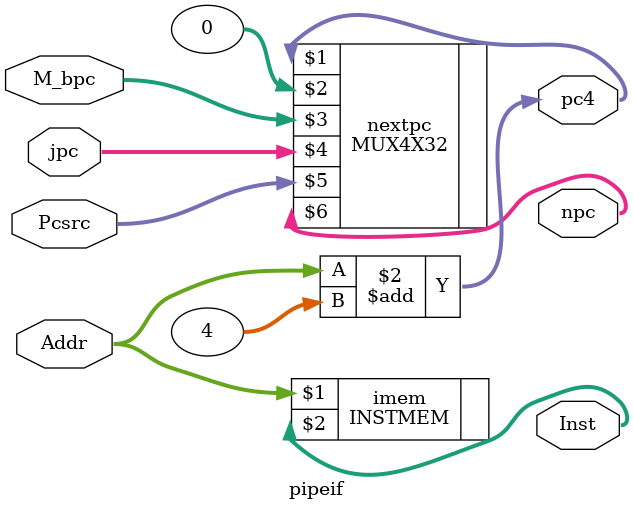
<source format=v>
`timescale 1ns / 1ps
module pipeif(Pcsrc,Addr,M_bpc,jpc,npc,pc4,Inst);
    input [1:0]Pcsrc;
    input [31:0]Addr,M_bpc,jpc;
    output [31:0]npc,pc4,Inst;
    wire COUT;
    MUX4X32 nextpc(pc4,0,M_bpc,jpc,Pcsrc,npc);    
    //CLA_32 pcplus4(Addr,32'h4,1'b0,pc4,COUT);  
    assign pc4=Addr+4;       
    INSTMEM imem(Addr,Inst);
endmodule

</source>
